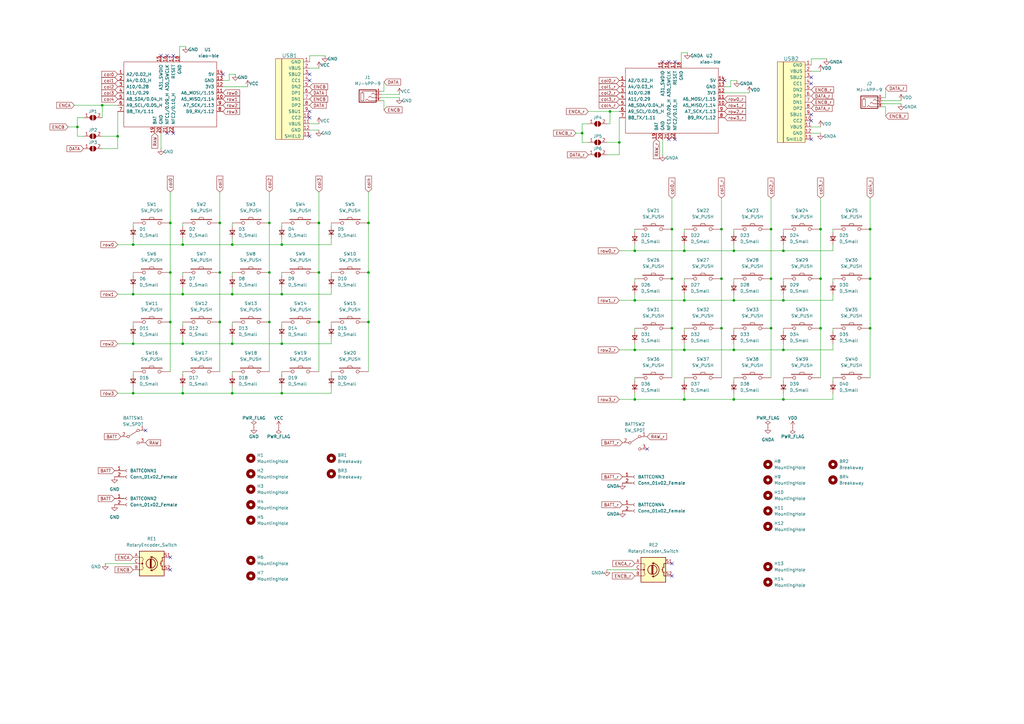
<source format=kicad_sch>
(kicad_sch (version 20211123) (generator eeschema)
  (paper "A3")
  (junction (at 336.55 114.3))
  (junction (at 321.31 143.51))
  (junction (at 260.35 163.83))
  (junction (at 115.57 161.29))
  (junction (at 356.87 114.3))
  (junction (at 69.85 132.08))
  (junction (at 300.99 163.83))
  (junction (at 275.59 134.62))
  (junction (at 295.91 114.3))
  (junction (at 321.31 123.19))
  (junction (at 295.91 134.62))
  (junction (at 295.91 93.98))
  (junction (at 74.93 161.29))
  (junction (at 280.67 123.19))
  (junction (at 356.87 134.62))
  (junction (at 356.87 93.98))
  (junction (at 254 58.42))
  (junction (at 95.25 140.97))
  (junction (at 260.35 102.87))
  (junction (at 321.31 102.87))
  (junction (at 130.81 132.08))
  (junction (at 316.23 134.62))
  (junction (at 54.61 120.65))
  (junction (at 110.49 91.44))
  (junction (at 115.57 140.97))
  (junction (at 74.93 140.97))
  (junction (at 74.93 100.33))
  (junction (at 260.35 123.19))
  (junction (at 260.35 143.51))
  (junction (at 321.31 163.83))
  (junction (at 280.67 102.87))
  (junction (at 54.61 100.33))
  (junction (at 115.57 100.33))
  (junction (at 115.57 120.65))
  (junction (at 238.76 54.61))
  (junction (at 336.55 93.98))
  (junction (at 74.93 120.65))
  (junction (at 151.13 111.76))
  (junction (at 316.23 93.98))
  (junction (at 90.17 111.76))
  (junction (at 95.25 100.33))
  (junction (at 41.91 43.18))
  (junction (at 31.75 52.07))
  (junction (at 110.49 111.76))
  (junction (at 151.13 91.44))
  (junction (at 300.99 123.19))
  (junction (at 130.81 91.44))
  (junction (at 300.99 102.87))
  (junction (at 95.25 161.29))
  (junction (at 300.99 143.51))
  (junction (at 280.67 163.83))
  (junction (at 69.85 91.44))
  (junction (at 90.17 91.44))
  (junction (at 69.85 111.76))
  (junction (at 48.26 55.88))
  (junction (at 110.49 132.08))
  (junction (at 275.59 114.3))
  (junction (at 336.55 134.62))
  (junction (at 280.67 143.51))
  (junction (at 90.17 132.08))
  (junction (at 151.13 132.08))
  (junction (at 54.61 140.97))
  (junction (at 95.25 120.65))
  (junction (at 316.23 114.3))
  (junction (at 275.59 93.98))
  (junction (at 54.61 161.29))
  (junction (at 130.81 111.76))
  (junction (at 250.19 45.72))
  (no_connect (at 127 33.02))
  (no_connect (at 274.32 25.4))
  (no_connect (at 68.58 54.61))
  (no_connect (at 91.44 30.48))
  (no_connect (at 271.78 25.4))
  (no_connect (at 127 55.88))
  (no_connect (at 332.74 31.75))
  (no_connect (at 68.58 22.86))
  (no_connect (at 297.18 33.02))
  (no_connect (at 274.32 57.15))
  (no_connect (at 69.85 228.6))
  (no_connect (at 276.86 25.4))
  (no_connect (at 332.74 34.29))
  (no_connect (at 127 30.48))
  (no_connect (at 71.12 54.61))
  (no_connect (at 127 45.72))
  (no_connect (at 71.12 22.86))
  (no_connect (at 276.86 57.15))
  (no_connect (at 332.74 49.53))
  (no_connect (at 332.74 57.15))
  (no_connect (at 275.59 236.22))
  (no_connect (at 332.74 46.99))
  (no_connect (at 59.69 176.53))
  (no_connect (at 265.43 184.15))
  (no_connect (at 127 48.26))
  (no_connect (at 275.59 231.14))
  (no_connect (at 69.85 233.68))
  (no_connect (at 66.04 22.86))
  (wire (pts (xy 295.91 81.28) (xy 295.91 93.98)))
  (wire (pts (xy 115.57 97.79) (xy 115.57 100.33)))
  (wire (pts (xy 95.25 118.11) (xy 95.25 120.65)))
  (wire (pts (xy 130.81 132.08) (xy 130.81 152.4)))
  (wire (pts (xy 300.99 134.62) (xy 300.99 135.89)))
  (wire (pts (xy 275.59 114.3) (xy 275.59 134.62)))
  (wire (pts (xy 74.93 118.11) (xy 74.93 120.65)))
  (wire (pts (xy 31.75 48.26) (xy 31.75 52.07)))
  (wire (pts (xy 332.74 29.21) (xy 336.55 29.21)))
  (wire (pts (xy 363.22 36.195) (xy 363.22 40.005)))
  (wire (pts (xy 332.74 54.61) (xy 336.55 54.61)))
  (wire (pts (xy 74.93 91.44) (xy 74.93 92.71)))
  (wire (pts (xy 281.94 21.59) (xy 279.4 21.59)))
  (wire (pts (xy 275.59 93.98) (xy 275.59 114.3)))
  (wire (pts (xy 30.48 43.18) (xy 41.91 43.18)))
  (wire (pts (xy 316.23 81.28) (xy 316.23 93.98)))
  (wire (pts (xy 74.93 161.29) (xy 95.25 161.29)))
  (wire (pts (xy 95.25 140.97) (xy 115.57 140.97)))
  (wire (pts (xy 156.21 41.275) (xy 157.48 41.275)))
  (wire (pts (xy 115.57 111.76) (xy 115.57 113.03)))
  (wire (pts (xy 260.35 120.65) (xy 260.35 123.19)))
  (wire (pts (xy 74.93 97.79) (xy 74.93 100.33)))
  (wire (pts (xy 299.72 35.56) (xy 299.72 33.02)))
  (wire (pts (xy 332.74 24.13) (xy 332.74 26.67)))
  (wire (pts (xy 156.21 37.465) (xy 157.48 37.465)))
  (wire (pts (xy 110.49 78.74) (xy 110.49 91.44)))
  (wire (pts (xy 297.18 38.1) (xy 307.34 38.1)))
  (wire (pts (xy 238.76 50.8) (xy 238.76 54.61)))
  (wire (pts (xy 151.13 132.08) (xy 151.13 152.4)))
  (wire (pts (xy 74.93 111.76) (xy 74.93 113.03)))
  (wire (pts (xy 260.35 163.83) (xy 280.67 163.83)))
  (wire (pts (xy 321.31 140.97) (xy 321.31 143.51)))
  (wire (pts (xy 280.67 100.33) (xy 280.67 102.87)))
  (wire (pts (xy 48.26 140.97) (xy 54.61 140.97)))
  (wire (pts (xy 127 22.86) (xy 127 25.4)))
  (wire (pts (xy 332.74 24.13) (xy 339.09 24.13)))
  (wire (pts (xy 54.61 158.75) (xy 54.61 161.29)))
  (wire (pts (xy 260.35 134.62) (xy 260.35 135.89)))
  (wire (pts (xy 260.35 100.33) (xy 260.35 102.87)))
  (wire (pts (xy 95.25 97.79) (xy 95.25 100.33)))
  (wire (pts (xy 280.67 134.62) (xy 280.67 135.89)))
  (wire (pts (xy 115.57 118.11) (xy 115.57 120.65)))
  (wire (pts (xy 54.61 231.14) (xy 43.18 231.14)))
  (wire (pts (xy 341.63 161.29) (xy 341.63 163.83)))
  (wire (pts (xy 151.13 91.44) (xy 151.13 111.76)))
  (wire (pts (xy 54.61 132.08) (xy 54.61 133.35)))
  (wire (pts (xy 280.67 120.65) (xy 280.67 123.19)))
  (wire (pts (xy 300.99 140.97) (xy 300.99 143.51)))
  (wire (pts (xy 135.89 91.44) (xy 135.89 92.71)))
  (wire (pts (xy 74.93 152.4) (xy 74.93 153.67)))
  (wire (pts (xy 135.89 138.43) (xy 135.89 140.97)))
  (wire (pts (xy 115.57 138.43) (xy 115.57 140.97)))
  (wire (pts (xy 321.31 161.29) (xy 321.31 163.83)))
  (wire (pts (xy 115.57 91.44) (xy 115.57 92.71)))
  (wire (pts (xy 69.85 111.76) (xy 69.85 132.08)))
  (wire (pts (xy 54.61 111.76) (xy 54.61 113.03)))
  (wire (pts (xy 95.25 138.43) (xy 95.25 140.97)))
  (wire (pts (xy 130.81 91.44) (xy 130.81 111.76)))
  (wire (pts (xy 250.19 45.72) (xy 254 45.72)))
  (wire (pts (xy 254 143.51) (xy 260.35 143.51)))
  (wire (pts (xy 260.35 233.68) (xy 248.92 233.68)))
  (wire (pts (xy 280.67 154.94) (xy 280.67 156.21)))
  (wire (pts (xy 115.57 158.75) (xy 115.57 161.29)))
  (wire (pts (xy 74.93 158.75) (xy 74.93 161.29)))
  (wire (pts (xy 280.67 114.3) (xy 280.67 115.57)))
  (wire (pts (xy 41.91 60.96) (xy 48.26 60.96)))
  (wire (pts (xy 95.25 132.08) (xy 95.25 133.35)))
  (wire (pts (xy 130.81 111.76) (xy 130.81 132.08)))
  (wire (pts (xy 280.67 123.19) (xy 300.99 123.19)))
  (wire (pts (xy 299.72 33.02) (xy 302.26 33.02)))
  (wire (pts (xy 341.63 100.33) (xy 341.63 102.87)))
  (wire (pts (xy 321.31 102.87) (xy 341.63 102.87)))
  (wire (pts (xy 356.87 134.62) (xy 356.87 154.94)))
  (wire (pts (xy 135.89 118.11) (xy 135.89 120.65)))
  (wire (pts (xy 321.31 154.94) (xy 321.31 156.21)))
  (wire (pts (xy 115.57 120.65) (xy 135.89 120.65)))
  (wire (pts (xy 300.99 114.3) (xy 300.99 115.57)))
  (wire (pts (xy 69.85 91.44) (xy 69.85 111.76)))
  (wire (pts (xy 95.25 158.75) (xy 95.25 161.29)))
  (wire (pts (xy 280.67 161.29) (xy 280.67 163.83)))
  (wire (pts (xy 300.99 102.87) (xy 321.31 102.87)))
  (wire (pts (xy 248.92 58.42) (xy 254 58.42)))
  (wire (pts (xy 250.19 50.8) (xy 250.19 45.72)))
  (wire (pts (xy 321.31 143.51) (xy 341.63 143.51)))
  (wire (pts (xy 275.59 81.28) (xy 275.59 93.98)))
  (wire (pts (xy 336.55 134.62) (xy 336.55 154.94)))
  (wire (pts (xy 41.91 55.88) (xy 48.26 55.88)))
  (wire (pts (xy 300.99 120.65) (xy 300.99 123.19)))
  (wire (pts (xy 321.31 114.3) (xy 321.31 115.57)))
  (wire (pts (xy 130.81 78.74) (xy 130.81 91.44)))
  (wire (pts (xy 341.63 114.3) (xy 341.63 115.57)))
  (wire (pts (xy 280.67 163.83) (xy 300.99 163.83)))
  (wire (pts (xy 250.19 50.8) (xy 248.92 50.8)))
  (wire (pts (xy 321.31 134.62) (xy 321.31 135.89)))
  (wire (pts (xy 74.93 132.08) (xy 74.93 133.35)))
  (wire (pts (xy 127 53.34) (xy 130.81 53.34)))
  (wire (pts (xy 341.63 154.94) (xy 341.63 156.21)))
  (wire (pts (xy 151.13 78.74) (xy 151.13 91.44)))
  (wire (pts (xy 115.57 152.4) (xy 115.57 153.67)))
  (wire (pts (xy 90.17 91.44) (xy 90.17 111.76)))
  (wire (pts (xy 135.89 158.75) (xy 135.89 161.29)))
  (wire (pts (xy 31.75 48.26) (xy 34.29 48.26)))
  (wire (pts (xy 241.3 50.8) (xy 238.76 50.8)))
  (wire (pts (xy 95.25 161.29) (xy 115.57 161.29)))
  (wire (pts (xy 260.35 93.98) (xy 260.35 95.25)))
  (wire (pts (xy 254 163.83) (xy 260.35 163.83)))
  (wire (pts (xy 280.67 93.98) (xy 280.67 95.25)))
  (wire (pts (xy 48.26 161.29) (xy 54.61 161.29)))
  (wire (pts (xy 361.95 41.275) (xy 369.57 41.275)))
  (wire (pts (xy 90.17 78.74) (xy 90.17 91.44)))
  (wire (pts (xy 95.25 91.44) (xy 95.25 92.71)))
  (wire (pts (xy 300.99 161.29) (xy 300.99 163.83)))
  (wire (pts (xy 48.26 100.33) (xy 54.61 100.33)))
  (wire (pts (xy 363.22 43.815) (xy 363.22 47.625)))
  (wire (pts (xy 316.23 93.98) (xy 316.23 114.3)))
  (wire (pts (xy 300.99 100.33) (xy 300.99 102.87)))
  (wire (pts (xy 115.57 100.33) (xy 135.89 100.33)))
  (wire (pts (xy 336.55 114.3) (xy 336.55 134.62)))
  (wire (pts (xy 254 102.87) (xy 260.35 102.87)))
  (wire (pts (xy 54.61 100.33) (xy 74.93 100.33)))
  (wire (pts (xy 110.49 91.44) (xy 110.49 111.76)))
  (wire (pts (xy 280.67 102.87) (xy 300.99 102.87)))
  (wire (pts (xy 54.61 152.4) (xy 54.61 153.67)))
  (wire (pts (xy 295.91 93.98) (xy 295.91 114.3)))
  (wire (pts (xy 110.49 132.08) (xy 110.49 152.4)))
  (wire (pts (xy 300.99 93.98) (xy 300.99 95.25)))
  (wire (pts (xy 135.89 97.79) (xy 135.89 100.33)))
  (wire (pts (xy 54.61 161.29) (xy 74.93 161.29)))
  (wire (pts (xy 260.35 161.29) (xy 260.35 163.83)))
  (wire (pts (xy 90.17 132.08) (xy 90.17 152.4)))
  (wire (pts (xy 241.3 45.72) (xy 250.19 45.72)))
  (wire (pts (xy 356.87 93.98) (xy 356.87 114.3)))
  (wire (pts (xy 295.91 114.3) (xy 295.91 134.62)))
  (wire (pts (xy 156.21 40.005) (xy 163.83 40.005)))
  (wire (pts (xy 95.25 120.65) (xy 115.57 120.65)))
  (wire (pts (xy 316.23 114.3) (xy 316.23 134.62)))
  (wire (pts (xy 238.76 58.42) (xy 241.3 58.42)))
  (wire (pts (xy 54.61 118.11) (xy 54.61 120.65)))
  (wire (pts (xy 115.57 140.97) (xy 135.89 140.97)))
  (wire (pts (xy 110.49 111.76) (xy 110.49 132.08)))
  (wire (pts (xy 54.61 97.79) (xy 54.61 100.33)))
  (wire (pts (xy 321.31 120.65) (xy 321.31 123.19)))
  (wire (pts (xy 27.94 52.07) (xy 31.75 52.07)))
  (wire (pts (xy 297.18 35.56) (xy 299.72 35.56)))
  (wire (pts (xy 31.75 55.88) (xy 34.29 55.88)))
  (wire (pts (xy 356.87 81.28) (xy 356.87 93.98)))
  (wire (pts (xy 260.35 140.97) (xy 260.35 143.51)))
  (wire (pts (xy 260.35 123.19) (xy 280.67 123.19)))
  (wire (pts (xy 295.91 134.62) (xy 295.91 154.94)))
  (wire (pts (xy 236.22 54.61) (xy 238.76 54.61)))
  (wire (pts (xy 321.31 163.83) (xy 341.63 163.83)))
  (wire (pts (xy 135.89 111.76) (xy 135.89 113.03)))
  (wire (pts (xy 321.31 93.98) (xy 321.31 95.25)))
  (wire (pts (xy 74.93 140.97) (xy 95.25 140.97)))
  (wire (pts (xy 275.59 134.62) (xy 275.59 154.94)))
  (wire (pts (xy 238.76 54.61) (xy 238.76 58.42)))
  (wire (pts (xy 254 48.26) (xy 254 58.42)))
  (wire (pts (xy 279.4 21.59) (xy 279.4 25.4)))
  (wire (pts (xy 93.98 33.02) (xy 93.98 30.48)))
  (wire (pts (xy 316.23 134.62) (xy 316.23 154.94)))
  (wire (pts (xy 341.63 120.65) (xy 341.63 123.19)))
  (wire (pts (xy 91.44 33.02) (xy 93.98 33.02)))
  (wire (pts (xy 135.89 132.08) (xy 135.89 133.35)))
  (wire (pts (xy 127 27.94) (xy 130.81 27.94)))
  (wire (pts (xy 31.75 52.07) (xy 31.75 55.88)))
  (wire (pts (xy 66.04 54.61) (xy 66.04 60.96)))
  (wire (pts (xy 341.63 93.98) (xy 341.63 95.25)))
  (wire (pts (xy 115.57 161.29) (xy 135.89 161.29)))
  (wire (pts (xy 76.2 19.05) (xy 73.66 19.05)))
  (wire (pts (xy 135.89 152.4) (xy 135.89 153.67)))
  (wire (pts (xy 95.25 100.33) (xy 115.57 100.33)))
  (wire (pts (xy 260.35 114.3) (xy 260.35 115.57)))
  (wire (pts (xy 300.99 163.83) (xy 321.31 163.83)))
  (wire (pts (xy 336.55 93.98) (xy 336.55 114.3)))
  (wire (pts (xy 361.95 42.545) (xy 369.57 42.545)))
  (wire (pts (xy 254 58.42) (xy 254 63.5)))
  (wire (pts (xy 48.26 60.96) (xy 48.26 55.88)))
  (wire (pts (xy 74.93 138.43) (xy 74.93 140.97)))
  (wire (pts (xy 41.91 43.18) (xy 41.91 48.26)))
  (wire (pts (xy 300.99 143.51) (xy 321.31 143.51)))
  (wire (pts (xy 341.63 140.97) (xy 341.63 143.51)))
  (wire (pts (xy 91.44 35.56) (xy 101.6 35.56)))
  (wire (pts (xy 95.25 152.4) (xy 95.25 153.67)))
  (wire (pts (xy 115.57 132.08) (xy 115.57 133.35)))
  (wire (pts (xy 321.31 100.33) (xy 321.31 102.87)))
  (wire (pts (xy 356.87 114.3) (xy 356.87 134.62)))
  (wire (pts (xy 248.92 63.5) (xy 254 63.5)))
  (wire (pts (xy 341.63 134.62) (xy 341.63 135.89)))
  (wire (pts (xy 69.85 78.74) (xy 69.85 91.44)))
  (wire (pts (xy 280.67 140.97) (xy 280.67 143.51)))
  (wire (pts (xy 157.48 41.275) (xy 157.48 45.085)))
  (wire (pts (xy 69.85 132.08) (xy 69.85 152.4)))
  (wire (pts (xy 280.67 143.51) (xy 300.99 143.51)))
  (wire (pts (xy 54.61 120.65) (xy 74.93 120.65)))
  (wire (pts (xy 300.99 154.94) (xy 300.99 156.21)))
  (wire (pts (xy 300.99 123.19) (xy 321.31 123.19)))
  (wire (pts (xy 54.61 91.44) (xy 54.61 92.71)))
  (wire (pts (xy 127 22.86) (xy 133.35 22.86)))
  (wire (pts (xy 336.55 81.28) (xy 336.55 93.98)))
  (wire (pts (xy 48.26 45.72) (xy 48.26 55.88)))
  (wire (pts (xy 151.13 111.76) (xy 151.13 132.08)))
  (wire (pts (xy 93.98 30.48) (xy 96.52 30.48)))
  (wire (pts (xy 254 123.19) (xy 260.35 123.19)))
  (wire (pts (xy 332.74 52.07) (xy 336.55 52.07)))
  (wire (pts (xy 260.35 143.51) (xy 280.67 143.51)))
  (wire (pts (xy 157.48 33.655) (xy 157.48 37.465)))
  (wire (pts (xy 90.17 111.76) (xy 90.17 132.08)))
  (wire (pts (xy 41.91 43.18) (xy 48.26 43.18)))
  (wire (pts (xy 73.66 19.05) (xy 73.66 22.86)))
  (wire (pts (xy 260.35 102.87) (xy 280.67 102.87)))
  (wire (pts (xy 74.93 100.33) (xy 95.25 100.33)))
  (wire (pts (xy 271.78 57.15) (xy 271.78 63.5)))
  (wire (pts (xy 95.25 111.76) (xy 95.25 113.03)))
  (wire (pts (xy 361.95 40.005) (xy 363.22 40.005)))
  (wire (pts (xy 321.31 123.19) (xy 341.63 123.19)))
  (wire (pts (xy 54.61 140.97) (xy 74.93 140.97)))
  (wire (pts (xy 48.26 120.65) (xy 54.61 120.65)))
  (wire (pts (xy 74.93 120.65) (xy 95.25 120.65)))
  (wire (pts (xy 54.61 138.43) (xy 54.61 140.97)))
  (wire (pts (xy 260.35 154.94) (xy 260.35 156.21)))
  (wire (pts (xy 156.21 38.735) (xy 163.83 38.735)))
  (wire (pts (xy 127 50.8) (xy 130.81 50.8)))
  (wire (pts (xy 361.95 43.815) (xy 363.22 43.815)))
  (global_label "BATT" (shape input) (at 49.53 179.07 180) (property "Intersheet References" "${INTERSHEET_REFS}" (effects hide)))
  (global_label "col0_r" (shape input) (at 254 33.02 180) (property "Intersheet References" "${INTERSHEET_REFS}" (effects hide)))
  (global_label "BATT" (shape input) (at 46.99 193.04 180) (property "Intersheet References" "${INTERSHEET_REFS}" (effects hide)))
  (global_label "ENCA_r" (shape input) (at 260.35 231.14 180) (property "Intersheet References" "${INTERSHEET_REFS}" (effects hide)))
  (global_label "ENCB" (shape input) (at 27.94 52.07 180) (property "Intersheet References" "${INTERSHEET_REFS}" (effects hide)))
  (global_label "DATA_r" (shape input) (at 332.74 39.37 0) (property "Intersheet References" "${INTERSHEET_REFS}" (effects hide)))
  (global_label "col1_r" (shape input) (at 295.91 81.28 90) (property "Intersheet References" "${INTERSHEET_REFS}" (effects hide)))
  (global_label "col2" (shape input) (at 110.49 78.74 90) (property "Intersheet References" "${INTERSHEET_REFS}" (effects hide)))
  (global_label "col2_r" (shape input) (at 254 38.1 180) (property "Intersheet References" "${INTERSHEET_REFS}" (effects hide)))
  (global_label "row3_r" (shape input) (at 297.18 48.26 0) (property "Intersheet References" "${INTERSHEET_REFS}" (effects hide)))
  (global_label "col3" (shape input) (at 130.81 78.74 90) (property "Intersheet References" "${INTERSHEET_REFS}" (effects hide)))
  (global_label "row2" (shape input) (at 91.44 43.18 0) (property "Intersheet References" "${INTERSHEET_REFS}" (effects hide)))
  (global_label "row1_r" (shape input) (at 297.18 43.18 0) (property "Intersheet References" "${INTERSHEET_REFS}" (effects hide)))
  (global_label "row3_r" (shape input) (at 254 163.83 180) (property "Intersheet References" "${INTERSHEET_REFS}" (effects hide)))
  (global_label "RAW_r" (shape input) (at 269.24 57.15 270) (property "Intersheet References" "${INTERSHEET_REFS}" (effects hide)))
  (global_label "BATT" (shape input) (at 46.99 204.47 180) (property "Intersheet References" "${INTERSHEET_REFS}" (effects hide)))
  (global_label "col0" (shape input) (at 69.85 78.74 90) (property "Intersheet References" "${INTERSHEET_REFS}" (effects hide)))
  (global_label "ENCB" (shape input) (at 127 35.56 0) (property "Intersheet References" "${INTERSHEET_REFS}" (effects hide)))
  (global_label "row0_r" (shape input) (at 254 102.87 180) (property "Intersheet References" "${INTERSHEET_REFS}" (effects hide)))
  (global_label "col1" (shape input) (at 48.26 33.02 180) (property "Intersheet References" "${INTERSHEET_REFS}" (effects hide)))
  (global_label "DATA" (shape input) (at 127 38.1 0) (property "Intersheet References" "${INTERSHEET_REFS}" (effects hide)))
  (global_label "ENCB_r" (shape input) (at 260.35 236.22 180) (property "Intersheet References" "${INTERSHEET_REFS}" (effects hide)))
  (global_label "ENCA_r" (shape input) (at 241.3 45.72 180) (property "Intersheet References" "${INTERSHEET_REFS}" (effects hide)))
  (global_label "row0" (shape input) (at 48.26 100.33 180) (property "Intersheet References" "${INTERSHEET_REFS}" (effects hide)))
  (global_label "ENCB" (shape input) (at 54.61 233.68 180) (property "Intersheet References" "${INTERSHEET_REFS}" (effects hide)))
  (global_label "DATA" (shape input) (at 34.29 60.96 180) (property "Intersheet References" "${INTERSHEET_REFS}" (effects hide)))
  (global_label "ENCB_r" (shape input) (at 363.22 47.625 0) (property "Intersheet References" "${INTERSHEET_REFS}" (effects hide)))
  (global_label "row2" (shape input) (at 48.26 140.97 180) (property "Intersheet References" "${INTERSHEET_REFS}" (effects hide)))
  (global_label "RAW" (shape input) (at 59.69 181.61 0) (property "Intersheet References" "${INTERSHEET_REFS}" (effects hide)))
  (global_label "row0_r" (shape input) (at 297.18 40.64 0) (property "Intersheet References" "${INTERSHEET_REFS}" (effects hide)))
  (global_label "ENCA" (shape input) (at 30.48 43.18 180) (property "Intersheet References" "${INTERSHEET_REFS}" (effects hide)))
  (global_label "DATA_r" (shape input) (at 241.3 63.5 180) (property "Intersheet References" "${INTERSHEET_REFS}" (effects hide)))
  (global_label "col1_r" (shape input) (at 254 35.56 180) (property "Intersheet References" "${INTERSHEET_REFS}" (effects hide)))
  (global_label "BATT_r" (shape input) (at 255.27 207.01 180) (property "Intersheet References" "${INTERSHEET_REFS}" (effects hide)))
  (global_label "col4" (shape input) (at 48.26 40.64 180) (property "Intersheet References" "${INTERSHEET_REFS}" (effects hide)))
  (global_label "DATA" (shape input) (at 157.48 33.655 0) (property "Intersheet References" "${INTERSHEET_REFS}" (effects hide)))
  (global_label "DATA_r" (shape input) (at 363.22 36.195 0) (property "Intersheet References" "${INTERSHEET_REFS}" (effects hide)))
  (global_label "row3" (shape input) (at 91.44 45.72 0) (property "Intersheet References" "${INTERSHEET_REFS}" (effects hide)))
  (global_label "row1_r" (shape input) (at 254 123.19 180) (property "Intersheet References" "${INTERSHEET_REFS}" (effects hide)))
  (global_label "col2_r" (shape input) (at 316.23 81.28 90) (property "Intersheet References" "${INTERSHEET_REFS}" (effects hide)))
  (global_label "ENCB_r" (shape input) (at 332.74 36.83 0) (property "Intersheet References" "${INTERSHEET_REFS}" (effects hide)))
  (global_label "DATA_r" (shape input) (at 332.74 44.45 0) (property "Intersheet References" "${INTERSHEET_REFS}" (effects hide)))
  (global_label "col4_r" (shape input) (at 254 43.18 180) (property "Intersheet References" "${INTERSHEET_REFS}" (effects hide)))
  (global_label "BATT_r" (shape input) (at 255.27 195.58 180) (property "Intersheet References" "${INTERSHEET_REFS}" (effects hide)))
  (global_label "ENCB_r" (shape input) (at 236.22 54.61 180) (property "Intersheet References" "${INTERSHEET_REFS}" (effects hide)))
  (global_label "row1" (shape input) (at 91.44 40.64 0) (property "Intersheet References" "${INTERSHEET_REFS}" (effects hide)))
  (global_label "ENCB" (shape input) (at 127 40.64 0) (property "Intersheet References" "${INTERSHEET_REFS}" (effects hide)))
  (global_label "row0" (shape input) (at 91.44 38.1 0) (property "Intersheet References" "${INTERSHEET_REFS}" (effects hide)))
  (global_label "RAW_r" (shape input) (at 265.43 179.07 0) (property "Intersheet References" "${INTERSHEET_REFS}" (effects hide)))
  (global_label "col4" (shape input) (at 151.13 78.74 90) (property "Intersheet References" "${INTERSHEET_REFS}" (effects hide)))
  (global_label "DATA" (shape input) (at 127 43.18 0) (property "Intersheet References" "${INTERSHEET_REFS}" (effects hide)))
  (global_label "ENCB_r" (shape input) (at 332.74 41.91 0) (property "Intersheet References" "${INTERSHEET_REFS}" (effects hide)))
  (global_label "row2_r" (shape input) (at 297.18 45.72 0) (property "Intersheet References" "${INTERSHEET_REFS}" (effects hide)))
  (global_label "ENCB" (shape input) (at 157.48 45.085 0) (property "Intersheet References" "${INTERSHEET_REFS}" (effects hide)))
  (global_label "col2" (shape input) (at 48.26 35.56 180) (property "Intersheet References" "${INTERSHEET_REFS}" (effects hide)))
  (global_label "RAW" (shape input) (at 63.5 54.61 270) (property "Intersheet References" "${INTERSHEET_REFS}" (effects hide)))
  (global_label "row1" (shape input) (at 48.26 120.65 180) (property "Intersheet References" "${INTERSHEET_REFS}" (effects hide)))
  (global_label "BATT_r" (shape input) (at 255.27 181.61 180) (property "Intersheet References" "${INTERSHEET_REFS}" (effects hide)))
  (global_label "col3_r" (shape input) (at 254 40.64 180) (property "Intersheet References" "${INTERSHEET_REFS}" (effects hide)))
  (global_label "col3_r" (shape input) (at 336.55 81.28 90) (property "Intersheet References" "${INTERSHEET_REFS}" (effects hide)))
  (global_label "col4_r" (shape input) (at 356.87 81.28 90) (property "Intersheet References" "${INTERSHEET_REFS}" (effects hide)))
  (global_label "ENCA" (shape input) (at 54.61 228.6 180) (property "Intersheet References" "${INTERSHEET_REFS}" (effects hide)))
  (global_label "col0" (shape input) (at 48.26 30.48 180) (property "Intersheet References" "${INTERSHEET_REFS}" (effects hide)))
  (global_label "col3" (shape input) (at 48.26 38.1 180) (property "Intersheet References" "${INTERSHEET_REFS}" (effects hide)))
  (global_label "row2_r" (shape input) (at 254 143.51 180) (property "Intersheet References" "${INTERSHEET_REFS}" (effects hide)))
  (global_label "row3" (shape input) (at 48.26 161.29 180) (property "Intersheet References" "${INTERSHEET_REFS}" (effects hide)))
  (global_label "col0_r" (shape input) (at 275.59 81.28 90) (property "Intersheet References" "${INTERSHEET_REFS}" (effects hide)))
  (global_label "col1" (shape input) (at 90.17 78.74 90) (property "Intersheet References" "${INTERSHEET_REFS}" (effects hide)))
  (symbol (lib_id "Device:D_Small") (at 300.99 118.11 90) (unit 1)
    (property "Reference" "D28" (at 303.53 116.8399 90) (effects (justify right)))
    (property "Value" "D_Small" (at 303.53 119.3799 90) (effects (justify right)))
    (property "Footprint" "pica:D3_SMD" (effects hide))
  )
  (symbol (lib_id "kbd:SW_PUSH") (at 328.93 154.94 0) (unit 1)
    (property "Reference" "SW39" (at 328.93 147.32 0))
    (property "Value" "SW_PUSH" (at 328.93 149.86 0))
    (property "Footprint" "pica:CherryMX_Hotswap_ChocV2" (effects hide))
  )
  (symbol (lib_id "Device:RotaryEncoder_Switch") (at 267.97 233.68 0) (unit 1)
    (property "Reference" "RE2" (at 267.97 223.52 0))
    (property "Value" "RotaryEncoder_Switch" (at 267.97 226.06 0))
    (property "Footprint" "pica:RotaryEncoder_EC11" (effects hide))
  )
  (symbol (lib_id "Mechanical:MountingHole") (at 314.96 238.76 0) (unit 1)
    (property "Reference" "H14" (at 317.5 237.4899 0) (effects (justify left)))
    (property "Value" "MountingHole" (at 317.5 240.0299 0) (effects (justify left)))
    (property "Footprint" "kbd:thread_m2" (effects hide))
  )
  (symbol (lib_id "kbd:MJ-4PP-9") (at 356.87 41.91 0) (unit 1)
    (property "Reference" "J2" (at 356.5525 34.29 0))
    (property "Value" "MJ-4PP-9" (at 356.5525 36.83 0))
    (property "Footprint" "pica:MJ-4PP-9_1side" (effects hide))
  )
  (symbol (lib_id "kbd:SW_PUSH") (at 82.55 111.76 0) (unit 1)
    (property "Reference" "SW7" (at 82.55 104.14 0))
    (property "Value" "SW_PUSH" (at 82.55 106.68 0))
    (property "Footprint" "pica:CherryMX_Hotswap_ChocV2" (effects hide))
  )
  (symbol (lib_id "power:GNDA") (at 302.26 33.02 0) (unit 1)
    (property "Reference" "#PWR0104" (effects hide))
    (property "Value" "GNDA" (at 306.07 34.29 0))
  )
  (symbol (lib_id "Device:RotaryEncoder_Switch") (at 62.23 231.14 0) (unit 1)
    (property "Reference" "RE1" (at 62.23 220.98 0))
    (property "Value" "RotaryEncoder_Switch" (at 62.23 223.52 0))
    (property "Footprint" "pica:RotaryEncoder_EC11" (effects hide))
  )
  (symbol (lib_id "power:PWR_FLAG") (at 114.3 175.26 180) (unit 1)
    (property "Reference" "#FLG02" (effects hide))
    (property "Value" "PWR_FLAG" (at 114.3 179.07 0))
  )
  (symbol (lib_id "Connector:Conn_01x02_Female") (at 260.35 195.58 0) (unit 1)
    (property "Reference" "BATTCONN3" (at 261.62 195.5799 0) (effects (justify left)))
    (property "Value" "Conn_01x02_Female" (at 261.62 198.1199 0) (effects (justify left)))
    (property "Footprint" "pica:JST_PH_S2B-PH-K_1x02_P2.00mm" (effects hide))
  )
  (symbol (lib_id "kbd:SW_PUSH") (at 102.87 132.08 0) (unit 1)
    (property "Reference" "SW13" (at 102.87 124.46 0))
    (property "Value" "SW_PUSH" (at 102.87 127 0))
    (property "Footprint" "pica:CherryMX_Hotswap_ChocV2" (effects hide))
  )
  (symbol (lib_id "power:GNDA") (at 255.27 198.12 0) (unit 1)
    (property "Reference" "#PWR0110" (effects hide))
    (property "Value" "GNDA" (at 251.46 199.39 0))
  )
  (symbol (lib_id "Device:D_Small") (at 280.67 158.75 90) (unit 1)
    (property "Reference" "D37" (at 283.21 157.4799 90) (effects (justify right)))
    (property "Value" "D_Small" (at 283.21 160.0199 90) (effects (justify right)))
    (property "Footprint" "pica:D3_SMD" (effects hide))
  )
  (symbol (lib_id "Mechanical:MountingHole") (at 135.89 187.96 0) (unit 1)
    (property "Reference" "BR1" (at 138.43 186.6899 0) (effects (justify left)))
    (property "Value" "Breakaway" (at 138.43 189.2299 0) (effects (justify left)))
    (property "Footprint" "kbd:Breakaway_Tabs" (effects hide))
  )
  (symbol (lib_id "kbd:SW_PUSH") (at 62.23 111.76 0) (unit 1)
    (property "Reference" "SW6" (at 62.23 104.14 0))
    (property "Value" "SW_PUSH" (at 62.23 106.68 0))
    (property "Footprint" "pica:CherryMX_Hotswap_ChocV2" (effects hide))
  )
  (symbol (lib_id "power:GNDA") (at 314.96 175.26 0) (unit 1)
    (property "Reference" "#PWR0111" (effects hide))
    (property "Value" "GNDA" (at 314.96 180.34 0))
  )
  (symbol (lib_id "Mechanical:MountingHole") (at 102.87 207.01 0) (unit 1)
    (property "Reference" "H4" (at 105.41 205.7399 0) (effects (justify left)))
    (property "Value" "MountingHole" (at 105.41 208.2799 0) (effects (justify left)))
    (property "Footprint" "pica:spacer_m2_3.4" (effects hide))
  )
  (symbol (lib_id "Device:D_Small") (at 54.61 156.21 90) (unit 1)
    (property "Reference" "D16" (at 57.15 154.9399 90) (effects (justify right)))
    (property "Value" "D_Small" (at 57.15 157.4799 90) (effects (justify right)))
    (property "Footprint" "pica:D3_SMD" (effects hide))
  )
  (symbol (lib_id "Jumper:SolderJumper_2_Open") (at 245.11 58.42 0) (unit 1)
    (property "Reference" "JP5" (at 245.11 55.88 0))
    (property "Value" "SolderJumper_2_Open" (effects hide))
    (property "Footprint" "Jumper:SolderJumper-2_P1.3mm_Open_TrianglePad1.0x1.5mm" (effects hide))
  )
  (symbol (lib_id "Device:D_Small") (at 135.89 95.25 90) (unit 1)
    (property "Reference" "D5" (at 138.43 93.9799 90) (effects (justify right)))
    (property "Value" "D_Small" (at 138.43 96.5199 90) (effects (justify right)))
    (property "Footprint" "pica:D3_SMD" (effects hide))
  )
  (symbol (lib_id "Device:D_Small") (at 95.25 135.89 90) (unit 1)
    (property "Reference" "D13" (at 97.79 134.6199 90) (effects (justify right)))
    (property "Value" "D_Small" (at 97.79 137.1599 90) (effects (justify right)))
    (property "Footprint" "pica:D3_SMD" (effects hide))
  )
  (symbol (lib_id "kbd:SW_PUSH") (at 349.25 134.62 0) (unit 1)
    (property "Reference" "SW35" (at 349.25 127 0))
    (property "Value" "SW_PUSH" (at 349.25 129.54 0))
    (property "Footprint" "pica:CherryMX_Hotswap_ChocV2" (effects hide))
  )
  (symbol (lib_id "Device:D_Small") (at 260.35 158.75 90) (unit 1)
    (property "Reference" "D36" (at 262.89 157.4799 90) (effects (justify right)))
    (property "Value" "D_Small" (at 262.89 160.0199 90) (effects (justify right)))
    (property "Footprint" "pica:D3_SMD" (effects hide))
  )
  (symbol (lib_id "Mechanical:MountingHole") (at 314.96 203.2 0) (unit 1)
    (property "Reference" "H10" (at 317.5 201.9299 0) (effects (justify left)))
    (property "Value" "MountingHole" (at 317.5 204.4699 0) (effects (justify left)))
    (property "Footprint" "pica:spacer_m2_3.4" (effects hide))
  )
  (symbol (lib_id "kbd:SW_PUSH") (at 349.25 114.3 0) (unit 1)
    (property "Reference" "SW30" (at 349.25 106.68 0))
    (property "Value" "SW_PUSH" (at 349.25 109.22 0))
    (property "Footprint" "pica:CherryMX_Hotswap_ChocV2" (effects hide))
  )
  (symbol (lib_id "Device:D_Small") (at 280.67 138.43 90) (unit 1)
    (property "Reference" "D32" (at 283.21 137.1599 90) (effects (justify right)))
    (property "Value" "D_Small" (at 283.21 139.6999 90) (effects (justify right)))
    (property "Footprint" "pica:D3_SMD" (effects hide))
  )
  (symbol (lib_id "Device:D_Small") (at 95.25 156.21 90) (unit 1)
    (property "Reference" "D18" (at 97.79 154.9399 90) (effects (justify right)))
    (property "Value" "D_Small" (at 97.79 157.4799 90) (effects (justify right)))
    (property "Footprint" "pica:D3_SMD" (effects hide))
  )
  (symbol (lib_id "kbd:SW_PUSH") (at 82.55 91.44 0) (unit 1)
    (property "Reference" "SW2" (at 82.55 83.82 0))
    (property "Value" "SW_PUSH" (at 82.55 86.36 0))
    (property "Footprint" "pica:CherryMX_Hotswap_ChocV2" (effects hide))
  )
  (symbol (lib_id "power:GNDA") (at 255.27 209.55 0) (unit 1)
    (property "Reference" "#PWR0107" (effects hide))
    (property "Value" "GNDA" (at 251.46 210.82 0))
  )
  (symbol (lib_id "Connector:Conn_01x02_Female") (at 52.07 193.04 0) (unit 1)
    (property "Reference" "BATTCONN1" (at 53.34 193.0399 0) (effects (justify left)))
    (property "Value" "Conn_01x02_Female" (at 53.34 195.5799 0) (effects (justify left)))
    (property "Footprint" "pica:JST_PH_S2B-PH-K_1x02_P2.00mm" (effects hide))
  )
  (symbol (lib_id "Device:D_Small") (at 135.89 115.57 90) (unit 1)
    (property "Reference" "D10" (at 138.43 114.2999 90) (effects (justify right)))
    (property "Value" "D_Small" (at 138.43 116.8399 90) (effects (justify right)))
    (property "Footprint" "pica:D3_SMD" (effects hide))
  )
  (symbol (lib_id "kbd:SW_PUSH") (at 349.25 93.98 0) (unit 1)
    (property "Reference" "SW25" (at 349.25 86.36 0))
    (property "Value" "SW_PUSH" (at 349.25 88.9 0))
    (property "Footprint" "pica:CherryMX_Hotswap_ChocV2" (effects hide))
  )
  (symbol (lib_id "power:GND") (at 43.18 231.14 0) (unit 1)
    (property "Reference" "#PWR01" (effects hide))
    (property "Value" "GND" (at 39.37 232.41 0))
  )
  (symbol (lib_id "kleeb-mcu:xiao-ble") (at 69.85 38.1 0) (unit 1)
    (property "Reference" "U1" (at 83.82 20.32 0) (effects (justify left)))
    (property "Value" "xiao-ble" (at 81.28 22.86 0) (effects (justify left)))
    (property "Footprint" "pica:xiao-ble-tht" (effects hide))
  )
  (symbol (lib_id "power:GNDA") (at 248.92 233.68 0) (unit 1)
    (property "Reference" "#PWR0108" (effects hide))
    (property "Value" "GNDA" (at 245.11 234.95 0))
  )
  (symbol (lib_id "kbd:SW_PUSH") (at 349.25 154.94 0) (unit 1)
    (property "Reference" "SW40" (at 349.25 147.32 0))
    (property "Value" "SW_PUSH" (at 349.25 149.86 0))
    (property "Footprint" "pica:CherryMX_Hotswap_ChocV2_1.5" (effects hide))
  )
  (symbol (lib_id "Device:D_Small") (at 54.61 95.25 90) (unit 1)
    (property "Reference" "D1" (at 57.15 93.9799 90) (effects (justify right)))
    (property "Value" "D_Small" (at 57.15 96.5199 90) (effects (justify right)))
    (property "Footprint" "pica:D3_SMD" (effects hide))
  )
  (symbol (lib_id "power:VCC") (at 101.6 35.56 0) (unit 1)
    (property "Reference" "#PWR06" (effects hide))
    (property "Value" "VCC" (at 104.14 34.29 0))
  )
  (symbol (lib_id "typec:HRO-TYPE-C-31-M-12") (at 124.46 39.37 0) (unit 1)
    (property "Reference" "USB1" (at 118.745 22.86 0) (effects (font (size 1.524 1.524))))
    (property "Value" "HRO-TYPE-C-31-M-12" (effects hide))
    (property "Footprint" "pica:HRO-TYPE-C-31-M-12-data" (effects hide))
  )
  (symbol (lib_id "Device:D_Small") (at 260.35 97.79 90) (unit 1)
    (property "Reference" "D21" (at 262.89 96.5199 90) (effects (justify right)))
    (property "Value" "D_Small" (at 262.89 99.0599 90) (effects (justify right)))
    (property "Footprint" "pica:D3_SMD" (effects hide))
  )
  (symbol (lib_id "kbd:SW_PUSH") (at 123.19 111.76 0) (unit 1)
    (property "Reference" "SW9" (at 123.19 104.14 0))
    (property "Value" "SW_PUSH" (at 123.19 106.68 0))
    (property "Footprint" "pica:CherryMX_Hotswap_ChocV2" (effects hide))
  )
  (symbol (lib_id "Device:D_Small") (at 74.93 135.89 90) (unit 1)
    (property "Reference" "D12" (at 77.47 134.6199 90) (effects (justify right)))
    (property "Value" "D_Small" (at 77.47 137.1599 90) (effects (justify right)))
    (property "Footprint" "pica:D3_SMD" (effects hide))
  )
  (symbol (lib_id "power:VDD") (at 369.57 41.275 0) (unit 1)
    (property "Reference" "#PWR010" (effects hide))
    (property "Value" "VDD" (at 372.11 40.005 0))
  )
  (symbol (lib_id "Switch:SW_SPDT") (at 260.35 181.61 0) (unit 1)
    (property "Reference" "BATTSW2" (at 260.35 173.99 0))
    (property "Value" "SW_SPDT" (at 260.35 176.53 0))
    (property "Footprint" "Button_Switch_SMD:SW_SPDT_PCM12" (effects hide))
  )
  (symbol (lib_id "kbd:SW_PUSH") (at 267.97 134.62 0) (unit 1)
    (property "Reference" "SW31" (at 267.97 127 0))
    (property "Value" "SW_PUSH" (at 267.97 129.54 0))
    (property "Footprint" "pica:CherryMX_Hotswap_ChocV2" (effects hide))
  )
  (symbol (lib_id "power:GND") (at 133.35 22.86 0) (mirror y) (unit 1)
    (property "Reference" "#PWR03" (effects hide))
    (property "Value" "GND" (at 138.43 24.13 0) (effects (justify left)))
  )
  (symbol (lib_id "Mechanical:MountingHole") (at 135.89 194.31 0) (unit 1)
    (property "Reference" "BR3" (at 138.43 193.0399 0) (effects (justify left)))
    (property "Value" "Breakaway" (at 138.43 195.5799 0) (effects (justify left)))
    (property "Footprint" "kbd:Breakaway_Tabs" (effects hide))
  )
  (symbol (lib_id "kbd:SW_PUSH") (at 123.19 91.44 0) (unit 1)
    (property "Reference" "SW4" (at 123.19 83.82 0))
    (property "Value" "SW_PUSH" (at 123.19 86.36 0))
    (property "Footprint" "pica:CherryMX_Hotswap_ChocV2" (effects hide))
  )
  (symbol (lib_id "Device:D_Small") (at 300.99 158.75 90) (unit 1)
    (property "Reference" "D38" (at 303.53 157.4799 90) (effects (justify right)))
    (property "Value" "D_Small" (at 303.53 160.0199 90) (effects (justify right)))
    (property "Footprint" "pica:D3_SMD" (effects hide))
  )
  (symbol (lib_id "kbd:SW_PUSH") (at 143.51 152.4 0) (unit 1)
    (property "Reference" "SW20" (at 143.51 144.78 0))
    (property "Value" "SW_PUSH" (at 143.51 147.32 0))
    (property "Footprint" "pica:CherryMX_Hotswap_ChocV2_1.5" (effects hide))
  )
  (symbol (lib_id "power:PWR_FLAG") (at 314.96 175.26 0) (unit 1)
    (property "Reference" "#FLG03" (effects hide))
    (property "Value" "PWR_FLAG" (at 314.96 171.45 0))
  )
  (symbol (lib_id "kbd:SW_PUSH") (at 82.55 132.08 0) (unit 1)
    (property "Reference" "SW12" (at 82.55 124.46 0))
    (property "Value" "SW_PUSH" (at 82.55 127 0))
    (property "Footprint" "pica:CherryMX_Hotswap_ChocV2" (effects hide))
  )
  (symbol (lib_id "power:GND") (at 104.14 175.26 0) (unit 1)
    (property "Reference" "#PWR019" (effects hide))
    (property "Value" "GND" (at 104.14 179.07 0))
  )
  (symbol (lib_id "kbd:SW_PUSH") (at 308.61 134.62 0) (unit 1)
    (property "Reference" "SW33" (at 308.61 127 0))
    (property "Value" "SW_PUSH" (at 308.61 129.54 0))
    (property "Footprint" "pica:CherryMX_Hotswap_ChocV2" (effects hide))
  )
  (symbol (lib_id "kbd:SW_PUSH") (at 328.93 114.3 0) (unit 1)
    (property "Reference" "SW29" (at 328.93 106.68 0))
    (property "Value" "SW_PUSH" (at 328.93 109.22 0))
    (property "Footprint" "pica:CherryMX_Hotswap_ChocV2" (effects hide))
  )
  (symbol (lib_id "power:GNDA") (at 336.55 54.61 0) (unit 1)
    (property "Reference" "#PWR0103" (effects hide))
    (property "Value" "GNDA" (at 340.36 55.88 0))
  )
  (symbol (lib_id "Connector:Conn_01x02_Female") (at 52.07 204.47 0) (unit 1)
    (property "Reference" "BATTCONN2" (at 53.34 204.4699 0) (effects (justify left)))
    (property "Value" "Conn_01x02_Female" (at 53.34 207.0099 0) (effects (justify left)))
    (property "Footprint" "pica:JST_PH_S2B-PH-K_1x02_P2.00mm" (effects hide))
  )
  (symbol (lib_id "Device:D_Small") (at 321.31 118.11 90) (unit 1)
    (property "Reference" "D29" (at 323.85 116.8399 90) (effects (justify right)))
    (property "Value" "D_Small" (at 323.85 119.3799 90) (effects (justify right)))
    (property "Footprint" "pica:D3_SMD" (effects hide))
  )
  (symbol (lib_id "Device:D_Small") (at 115.57 156.21 90) (unit 1)
    (property "Reference" "D19" (at 118.11 154.9399 90) (effects (justify right)))
    (property "Value" "D_Small" (at 118.11 157.4799 90) (effects (justify right)))
    (property "Footprint" "pica:D3_SMD" (effects hide))
  )
  (symbol (lib_id "kbd:SW_PUSH") (at 328.93 93.98 0) (unit 1)
    (property "Reference" "SW24" (at 328.93 86.36 0))
    (property "Value" "SW_PUSH" (at 328.93 88.9 0))
    (property "Footprint" "pica:CherryMX_Hotswap_ChocV2" (effects hide))
  )
  (symbol (lib_id "kbd:SW_PUSH") (at 123.19 152.4 0) (unit 1)
    (property "Reference" "SW19" (at 123.19 144.78 0))
    (property "Value" "SW_PUSH" (at 123.19 147.32 0))
    (property "Footprint" "pica:CherryMX_Hotswap_ChocV2" (effects hide))
  )
  (symbol (lib_id "Mechanical:MountingHole") (at 102.87 194.31 0) (unit 1)
    (property "Reference" "H2" (at 105.41 193.0399 0) (effects (justify left)))
    (property "Value" "MountingHole" (at 105.41 195.5799 0) (effects (justify left)))
    (property "Footprint" "pica:spacer_m2_3.4" (effects hide))
  )
  (symbol (lib_id "kbd:SW_PUSH") (at 123.19 132.08 0) (unit 1)
    (property "Reference" "SW14" (at 123.19 124.46 0))
    (property "Value" "SW_PUSH" (at 123.19 127 0))
    (property "Footprint" "pica:CherryMX_Hotswap_ChocV2" (effects hide))
  )
  (symbol (lib_id "power:GND") (at 96.52 30.48 0) (mirror y) (unit 1)
    (property "Reference" "#PWR05" (effects hide))
    (property "Value" "GND" (at 101.6 31.75 0) (effects (justify left)))
  )
  (symbol (lib_id "Device:D_Small") (at 74.93 115.57 90) (unit 1)
    (property "Reference" "D7" (at 77.47 114.2999 90) (effects (justify right)))
    (property "Value" "D_Small" (at 77.47 116.8399 90) (effects (justify right)))
    (property "Footprint" "pica:D3_SMD" (effects hide))
  )
  (symbol (lib_id "Device:D_Small") (at 135.89 156.21 90) (unit 1)
    (property "Reference" "D20" (at 138.43 154.9399 90) (effects (justify right)))
    (property "Value" "D_Small" (at 138.43 157.4799 90) (effects (justify right)))
    (property "Footprint" "pica:D3_SMD" (effects hide))
  )
  (symbol (lib_id "Jumper:SolderJumper_2_Open") (at 38.1 60.96 0) (unit 1)
    (property "Reference" "JP3" (at 38.1 58.42 0))
    (property "Value" "SolderJumper_2_Open" (effects hide))
    (property "Footprint" "Jumper:SolderJumper-2_P1.3mm_Open_TrianglePad1.0x1.5mm" (effects hide))
  )
  (symbol (lib_id "kleeb-mcu:xiao-ble") (at 275.59 40.64 0) (unit 1)
    (property "Reference" "U2" (at 289.56 22.86 0) (effects (justify left)))
    (property "Value" "xiao-ble" (at 287.02 25.4 0) (effects (justify left)))
    (property "Footprint" "pica:xiao-ble-tht" (effects hide))
  )
  (symbol (lib_id "kbd:SW_PUSH") (at 328.93 134.62 0) (unit 1)
    (property "Reference" "SW34" (at 328.93 127 0))
    (property "Value" "SW_PUSH" (at 328.93 129.54 0))
    (property "Footprint" "pica:CherryMX_Hotswap_ChocV2" (effects hide))
  )
  (symbol (lib_id "power:GNDA") (at 281.94 21.59 0) (unit 1)
    (property "Reference" "#PWR0106" (effects hide))
    (property "Value" "GNDA" (at 285.75 22.86 0))
  )
  (symbol (lib_id "power:VDD") (at 325.12 175.26 0) (unit 1)
    (property "Reference" "#PWR022" (effects hide))
    (property "Value" "VDD" (at 325.12 171.45 0))
  )
  (symbol (lib_id "kbd:SW_PUSH") (at 102.87 111.76 0) (unit 1)
    (property "Reference" "SW8" (at 102.87 104.14 0))
    (property "Value" "SW_PUSH" (at 102.87 106.68 0))
    (property "Footprint" "pica:CherryMX_Hotswap_ChocV2" (effects hide))
  )
  (symbol (lib_id "Device:D_Small") (at 95.25 95.25 90) (unit 1)
    (property "Reference" "D3" (at 97.79 93.9799 90) (effects (justify right)))
    (property "Value" "D_Small" (at 97.79 96.5199 90) (effects (justify right)))
    (property "Footprint" "pica:D3_SMD" (effects hide))
  )
  (symbol (lib_id "kbd:SW_PUSH") (at 308.61 114.3 0) (unit 1)
    (property "Reference" "SW28" (at 308.61 106.68 0))
    (property "Value" "SW_PUSH" (at 308.61 109.22 0))
    (property "Footprint" "pica:CherryMX_Hotswap_ChocV2" (effects hide))
  )
  (symbol (lib_id "power:VDD") (at 307.34 38.1 0) (unit 1)
    (property "Reference" "#PWR015" (effects hide))
    (property "Value" "VDD" (at 309.88 36.83 0))
  )
  (symbol (lib_id "kbd:SW_PUSH") (at 308.61 154.94 0) (unit 1)
    (property "Reference" "SW38" (at 308.61 147.32 0))
    (property "Value" "SW_PUSH" (at 308.61 149.86 0))
    (property "Footprint" "pica:CherryMX_Hotswap_ChocV2" (effects hide))
  )
  (symbol (lib_id "kbd:SW_PUSH") (at 288.29 134.62 0) (unit 1)
    (property "Reference" "SW32" (at 288.29 127 0))
    (property "Value" "SW_PUSH" (at 288.29 129.54 0))
    (property "Footprint" "pica:CherryMX_Hotswap_ChocV2" (effects hide))
  )
  (symbol (lib_id "Device:D_Small") (at 280.67 118.11 90) (unit 1)
    (property "Reference" "D27" (at 283.21 116.8399 90) (effects (justify right)))
    (property "Value" "D_Small" (at 283.21 119.3799 90) (effects (justify right)))
    (property "Footprint" "pica:D3_SMD" (effects hide))
  )
  (symbol (lib_id "power:PWR_FLAG") (at 325.12 175.26 180) (unit 1)
    (property "Reference" "#FLG04" (effects hide))
    (property "Value" "PWR_FLAG" (at 325.12 179.07 0))
  )
  (symbol (lib_id "kbd:SW_PUSH") (at 267.97 154.94 0) (unit 1)
    (property "Reference" "SW36" (at 267.97 147.32 0))
    (property "Value" "SW_PUSH" (at 267.97 149.86 0))
    (property "Footprint" "pica:CherryMX_Hotswap_ChocV2" (effects hide))
  )
  (symbol (lib_id "Device:D_Small") (at 321.31 158.75 90) (unit 1)
    (property "Reference" "D39" (at 323.85 157.4799 90) (effects (justify right)))
    (property "Value" "D_Small" (at 323.85 160.0199 90) (effects (justify right)))
    (property "Footprint" "pica:D3_SMD" (effects hide))
  )
  (symbol (lib_id "power:GND") (at 130.81 53.34 0) (mirror y) (unit 1)
    (property "Reference" "#PWR08" (effects hide))
    (property "Value" "GND" (at 135.89 54.61 0) (effects (justify left)))
  )
  (symbol (lib_id "Device:D_Small") (at 135.89 135.89 90) (unit 1)
    (property "Reference" "D15" (at 138.43 134.6199 90) (effects (justify right)))
    (property "Value" "D_Small" (at 138.43 137.1599 90) (effects (justify right)))
    (property "Footprint" "pica:D3_SMD" (effects hide))
  )
  (symbol (lib_id "Device:D_Small") (at 115.57 115.57 90) (unit 1)
    (property "Reference" "D9" (at 118.11 114.2999 90) (effects (justify right)))
    (property "Value" "D_Small" (at 118.11 116.8399 90) (effects (justify right)))
    (property "Footprint" "pica:D3_SMD" (effects hide))
  )
  (symbol (lib_id "kbd:SW_PUSH") (at 288.29 154.94 0) (unit 1)
    (property "Reference" "SW37" (at 288.29 147.32 0))
    (property "Value" "SW_PUSH" (at 288.29 149.86 0))
    (property "Footprint" "pica:CherryMX_Hotswap_ChocV2" (effects hide))
  )
  (symbol (lib_id "Device:D_Small") (at 260.35 118.11 90) (unit 1)
    (property "Reference" "D26" (at 262.89 116.8399 90) (effects (justify right)))
    (property "Value" "D_Small" (at 262.89 119.3799 90) (effects (justify right)))
    (property "Footprint" "pica:D3_SMD" (effects hide))
  )
  (symbol (lib_id "Device:D_Small") (at 321.31 138.43 90) (unit 1)
    (property "Reference" "D34" (at 323.85 137.1599 90) (effects (justify right)))
    (property "Value" "D_Small" (at 323.85 139.6999 90) (effects (justify right)))
    (property "Footprint" "pica:D3_SMD" (effects hide))
  )
  (symbol (lib_id "kbd:SW_PUSH") (at 308.61 93.98 0) (unit 1)
    (property "Reference" "SW23" (at 308.61 86.36 0))
    (property "Value" "SW_PUSH" (at 308.61 88.9 0))
    (property "Footprint" "pica:CherryMX_Hotswap_ChocV2" (effects hide))
  )
  (symbol (lib_id "kbd:SW_PUSH") (at 82.55 152.4 0) (unit 1)
    (property "Reference" "SW17" (at 82.55 144.78 0))
    (property "Value" "SW_PUSH" (at 82.55 147.32 0))
    (property "Footprint" "pica:CherryMX_Hotswap_ChocV2" (effects hide))
  )
  (symbol (lib_id "Mechanical:MountingHole") (at 102.87 187.96 0) (unit 1)
    (property "Reference" "H1" (at 105.41 186.6899 0) (effects (justify left)))
    (property "Value" "MountingHole" (at 105.41 189.2299 0) (effects (justify left)))
    (property "Footprint" "pica:spacer_m2_3.4" (effects hide))
  )
  (symbol (lib_id "Mechanical:MountingHole") (at 102.87 200.66 0) (unit 1)
    (property "Reference" "H3" (at 105.41 199.3899 0) (effects (justify left)))
    (property "Value" "MountingHole" (at 105.41 201.9299 0) (effects (justify left)))
    (property "Footprint" "pica:spacer_m2_3.4" (effects hide))
  )
  (symbol (lib_id "kbd:SW_PUSH") (at 62.23 152.4 0) (unit 1)
    (property "Reference" "SW16" (at 62.23 144.78 0))
    (property "Value" "SW_PUSH" (at 62.23 147.32 0))
    (property "Footprint" "pica:CherryMX_Hotswap_ChocV2" (effects hide))
  )
  (symbol (lib_id "kbd:SW_PUSH") (at 267.97 93.98 0) (unit 1)
    (property "Reference" "SW21" (at 267.97 86.36 0))
    (property "Value" "SW_PUSH" (at 267.97 88.9 0))
    (property "Footprint" "pica:CherryMX_Hotswap_ChocV2" (effects hide))
  )
  (symbol (lib_id "power:VCC") (at 163.83 38.735 0) (unit 1)
    (property "Reference" "#PWR0114" (effects hide))
    (property "Value" "VCC" (at 166.37 37.465 0))
  )
  (symbol (lib_id "kbd:SW_PUSH") (at 143.51 132.08 0) (unit 1)
    (property "Reference" "SW15" (at 143.51 124.46 0))
    (property "Value" "SW_PUSH" (at 143.51 127 0))
    (property "Footprint" "pica:CherryMX_Hotswap_ChocV2" (effects hide))
  )
  (symbol (lib_id "Mechanical:MountingHole") (at 314.96 232.41 0) (unit 1)
    (property "Reference" "H13" (at 317.5 231.1399 0) (effects (justify left)))
    (property "Value" "MountingHole" (at 317.5 233.6799 0) (effects (justify left)))
    (property "Footprint" "kbd:thread_m2" (effects hide))
  )
  (symbol (lib_id "Device:D_Small") (at 300.99 97.79 90) (unit 1)
    (property "Reference" "D23" (at 303.53 96.5199 90) (effects (justify right)))
    (property "Value" "D_Small" (at 303.53 99.0599 90) (effects (justify right)))
    (property "Footprint" "pica:D3_SMD" (effects hide))
  )
  (symbol (lib_id "power:VCC") (at 130.81 50.8 0) (unit 1)
    (property "Reference" "#PWR07" (effects hide))
    (property "Value" "VCC" (at 133.35 49.53 0))
  )
  (symbol (lib_id "Mechanical:MountingHole") (at 314.96 190.5 0) (unit 1)
    (property "Reference" "H8" (at 317.5 189.2299 0) (effects (justify left)))
    (property "Value" "MountingHole" (at 317.5 191.7699 0) (effects (justify left)))
    (property "Footprint" "pica:spacer_m2_3.4" (effects hide))
  )
  (symbol (lib_id "Device:D_Small") (at 280.67 97.79 90) (unit 1)
    (property "Reference" "D22" (at 283.21 96.5199 90) (effects (justify right)))
    (property "Value" "D_Small" (at 283.21 99.0599 90) (effects (justify right)))
    (property "Footprint" "pica:D3_SMD" (effects hide))
  )
  (symbol (lib_id "kbd:SW_PUSH") (at 102.87 91.44 0) (unit 1)
    (property "Reference" "SW3" (at 102.87 83.82 0))
    (property "Value" "SW_PUSH" (at 102.87 86.36 0))
    (property "Footprint" "pica:CherryMX_Hotswap_ChocV2" (effects hide))
  )
  (symbol (lib_id "Switch:SW_SPDT") (at 54.61 179.07 0) (unit 1)
    (property "Reference" "BATTSW1" (at 54.61 171.45 0))
    (property "Value" "SW_SPDT" (at 54.61 173.99 0))
    (property "Footprint" "Button_Switch_SMD:SW_SPDT_PCM12" (effects hide))
  )
  (symbol (lib_id "Mechanical:MountingHole") (at 341.63 196.85 0) (unit 1)
    (property "Reference" "BR4" (at 344.17 195.5799 0) (effects (justify left)))
    (property "Value" "Breakaway" (at 344.17 198.1199 0) (effects (justify left)))
    (property "Footprint" "kbd:Breakaway_Tabs" (effects hide))
  )
  (symbol (lib_id "Jumper:SolderJumper_2_Open") (at 38.1 48.26 0) (unit 1)
    (property "Reference" "JP1" (at 38.1 45.72 0))
    (property "Value" "SolderJumper_2_Open" (effects hide))
    (property "Footprint" "Jumper:SolderJumper-2_P1.3mm_Open_TrianglePad1.0x1.5mm" (effects hide))
  )
  (symbol (lib_id "Jumper:SolderJumper_2_Open") (at 245.11 63.5 0) (unit 1)
    (property "Reference" "JP6" (at 245.11 60.96 0))
    (property "Value" "SolderJumper_2_Open" (effects hide))
    (property "Footprint" "Jumper:SolderJumper-2_P1.3mm_Open_TrianglePad1.0x1.5mm" (effects hide))
  )
  (symbol (lib_id "power:PWR_FLAG") (at 104.14 175.26 0) (unit 1)
    (property "Reference" "#FLG01" (effects hide))
    (property "Value" "PWR_FLAG" (at 104.14 171.45 0))
  )
  (symbol (lib_id "power:GNDA") (at 369.57 42.545 0) (unit 1)
    (property "Reference" "#PWR011" (effects hide))
    (property "Value" "GNDA" (at 373.38 43.815 0))
  )
  (symbol (lib_id "power:VDD") (at 336.55 29.21 0) (unit 1)
    (property "Reference" "#PWR013" (effects hide))
    (property "Value" "VDD" (at 339.09 27.94 0))
  )
  (symbol (lib_id "kbd:SW_PUSH") (at 143.51 111.76 0) (unit 1)
    (property "Reference" "SW10" (at 143.51 104.14 0))
    (property "Value" "SW_PUSH" (at 143.51 106.68 0))
    (property "Footprint" "pica:CherryMX_Hotswap_ChocV2" (effects hide))
  )
  (symbol (lib_id "Device:D_Small") (at 341.63 97.79 90) (unit 1)
    (property "Reference" "D25" (at 344.17 96.5199 90) (effects (justify right)))
    (property "Value" "D_Small" (at 344.17 99.0599 90) (effects (justify right)))
    (property "Footprint" "pica:D3_SMD" (effects hide))
  )
  (symbol (lib_id "Device:D_Small") (at 300.99 138.43 90) (unit 1)
    (property "Reference" "D33" (at 303.53 137.1599 90) (effects (justify right)))
    (property "Value" "D_Small" (at 303.53 139.6999 90) (effects (justify right)))
    (property "Footprint" "pica:D3_SMD" (effects hide))
  )
  (symbol (lib_id "power:GND") (at 46.99 195.58 0) (unit 1)
    (property "Reference" "#PWR012" (effects hide))
    (property "Value" "GND" (at 46.99 200.66 0))
  )
  (symbol (lib_id "power:GNDA") (at 271.78 63.5 0) (unit 1)
    (property "Reference" "#PWR0105" (effects hide))
    (property "Value" "GNDA" (at 275.59 64.77 0))
  )
  (symbol (lib_id "Device:D_Small") (at 74.93 95.25 90) (unit 1)
    (property "Reference" "D2" (at 77.47 93.9799 90) (effects (justify right)))
    (property "Value" "D_Small" (at 77.47 96.5199 90) (effects (justify right)))
    (property "Footprint" "pica:D3_SMD" (effects hide))
  )
  (symbol (lib_id "kbd:SW_PUSH") (at 288.29 93.98 0) (unit 1)
    (property "Reference" "SW22" (at 288.29 86.36 0))
    (property "Value" "SW_PUSH" (at 288.29 88.9 0))
    (property "Footprint" "pica:CherryMX_Hotswap_ChocV2" (effects hide))
  )
  (symbol (lib_id "power:VDD") (at 336.55 52.07 0) (unit 1)
    (property "Reference" "#PWR016" (effects hide))
    (property "Value" "VDD" (at 339.09 50.8 0))
  )
  (symbol (lib_id "Device:D_Small") (at 95.25 115.57 90) (unit 1)
    (property "Reference" "D8" (at 97.79 114.2999 90) (effects (justify right)))
    (property "Value" "D_Small" (at 97.79 116.8399 90) (effects (justify right)))
    (property "Footprint" "pica:D3_SMD" (effects hide))
  )
  (symbol (lib_id "kbd:SW_PUSH") (at 102.87 152.4 0) (unit 1)
    (property "Reference" "SW18" (at 102.87 144.78 0))
    (property "Value" "SW_PUSH" (at 102.87 147.32 0))
    (property "Footprint" "pica:CherryMX_Hotswap_ChocV2" (effects hide))
  )
  (symbol (lib_id "kbd:SW_PUSH") (at 62.23 132.08 0) (unit 1)
    (property "Reference" "SW11" (at 62.23 124.46 0))
    (property "Value" "SW_PUSH" (at 62.23 127 0))
    (property "Footprint" "pica:CherryMX_Hotswap_ChocV2" (effects hide))
  )
  (symbol (lib_id "Mechanical:MountingHole") (at 102.87 213.36 0) (unit 1)
    (property "Reference" "H5" (at 105.41 212.0899 0) (effects (justify left)))
    (property "Value" "MountingHole" (at 105.41 214.6299 0) (effects (justify left)))
    (property "Footprint" "pica:spacer_m2_3.4" (effects hide))
  )
  (symbol (lib_id "Jumper:SolderJumper_2_Open") (at 38.1 55.88 0) (unit 1)
    (property "Reference" "JP2" (at 38.1 53.34 0))
    (property "Value" "SolderJumper_2_Open" (effects hide))
    (property "Footprint" "Jumper:SolderJumper-2_P1.3mm_Open_TrianglePad1.0x1.5mm" (effects hide))
  )
  (symbol (lib_id "kbd:SW_PUSH") (at 267.97 114.3 0) (unit 1)
    (property "Reference" "SW26" (at 267.97 106.68 0))
    (property "Value" "SW_PUSH" (at 267.97 109.22 0))
    (property "Footprint" "pica:CherryMX_Hotswap_ChocV2" (effects hide))
  )
  (symbol (lib_id "power:VCC") (at 114.3 175.26 0) (unit 1)
    (property "Reference" "#PWR020" (effects hide))
    (property "Value" "VCC" (at 114.3 171.45 0))
  )
  (symbol (lib_id "Device:D_Small") (at 115.57 135.89 90) (unit 1)
    (property "Reference" "D14" (at 118.11 134.6199 90) (effects (justify right)))
    (property "Value" "D_Small" (at 118.11 137.1599 90) (effects (justify right)))
    (property "Footprint" "pica:D3_SMD" (effects hide))
  )
  (symbol (lib_id "Device:D_Small") (at 74.93 156.21 90) (unit 1)
    (property "Reference" "D17" (at 77.47 154.9399 90) (effects (justify right)))
    (property "Value" "D_Small" (at 77.47 157.4799 90) (effects (justify right)))
    (property "Footprint" "pica:D3_SMD" (effects hide))
  )
  (symbol (lib_id "kbd:SW_PUSH") (at 288.29 114.3 0) (unit 1)
    (property "Reference" "SW27" (at 288.29 106.68 0))
    (property "Value" "SW_PUSH" (at 288.29 109.22 0))
    (property "Footprint" "pica:CherryMX_Hotswap_ChocV2" (effects hide))
  )
  (symbol (lib_id "Mechanical:MountingHole") (at 314.96 196.85 0) (unit 1)
    (property "Reference" "H9" (at 317.5 195.5799 0) (effects (justify left)))
    (property "Value" "MountingHole" (at 317.5 198.1199 0) (effects (justify left)))
    (property "Footprint" "pica:spacer_m2_3.4" (effects hide))
  )
  (symbol (lib_id "Device:D_Small") (at 341.63 118.11 90) (unit 1)
    (property "Reference" "D30" (at 344.17 116.8399 90) (effects (justify right)))
    (property "Value" "D_Small" (at 344.17 119.3799 90) (effects (justify right)))
    (property "Footprint" "pica:D3_SMD" (effects hide))
  )
  (symbol (lib_id "power:GND") (at 76.2 19.05 0) (mirror y) (unit 1)
    (property "Reference" "#PWR02" (effects hide))
    (property "Value" "GND" (at 81.28 20.32 0) (effects (justify left)))
  )
  (symbol (lib_id "Device:D_Small") (at 115.57 95.25 90) (unit 1)
    (property "Reference" "D4" (at 118.11 93.9799 90) (effects (justify right)))
    (property "Value" "D_Small" (at 118.11 96.5199 90) (effects (justify right)))
    (property "Footprint" "pica:D3_SMD" (effects hide))
  )
  (symbol (lib_id "Mechanical:MountingHole") (at 341.63 190.5 0) (unit 1)
    (property "Reference" "BR2" (at 344.17 189.2299 0) (effects (justify left)))
    (property "Value" "Breakaway" (at 344.17 191.7699 0) (effects (justify left)))
    (property "Footprint" "kbd:Breakaway_Tabs" (effects hide))
  )
  (symbol (lib_id "typec:HRO-TYPE-C-31-M-12") (at 330.2 40.64 0) (unit 1)
    (property "Reference" "USB2" (at 324.485 24.13 0) (effects (font (size 1.524 1.524))))
    (property "Value" "HRO-TYPE-C-31-M-12" (effects hide))
    (property "Footprint" "pica:HRO-TYPE-C-31-M-12-data" (effects hide))
  )
  (symbol (lib_id "Connector:Conn_01x02_Female") (at 260.35 207.01 0) (unit 1)
    (property "Reference" "BATTCONN4" (at 261.62 207.0099 0) (effects (justify left)))
    (property "Value" "Conn_01x02_Female" (at 261.62 209.5499 0) (effects (justify left)))
    (property "Footprint" "pica:JST_PH_S2B-PH-K_1x02_P2.00mm" (effects hide))
  )
  (symbol (lib_id "Mechanical:MountingHole") (at 102.87 236.22 0) (unit 1)
    (property "Reference" "H7" (at 105.41 234.9499 0) (effects (justify left)))
    (property "Value" "MountingHole" (at 105.41 237.4899 0) (effects (justify left)))
    (property "Footprint" "kbd:thread_m2" (effects hide))
  )
  (symbol (lib_id "Device:D_Small") (at 321.31 97.79 90) (unit 1)
    (property "Reference" "D24" (at 323.85 96.5199 90) (effects (justify right)))
    (property "Value" "D_Small" (at 323.85 99.0599 90) (effects (justify right)))
    (property "Footprint" "pica:D3_SMD" (effects hide))
  )
  (symbol (lib_id "kbd:MJ-4PP-9") (at 151.13 39.37 0) (unit 1)
    (property "Reference" "J1" (at 150.8125 31.75 0))
    (property "Value" "MJ-4PP-9" (at 150.8125 34.29 0))
    (property "Footprint" "pica:MJ-4PP-9_1side" (effects hide))
  )
  (symbol (lib_id "kbd:SW_PUSH") (at 62.23 91.44 0) (unit 1)
    (property "Reference" "SW1" (at 62.23 83.82 0))
    (property "Value" "SW_PUSH" (at 62.23 86.36 0))
    (property "Footprint" "pica:CherryMX_Hotswap_ChocV2" (effects hide))
  )
  (symbol (lib_id "power:GND") (at 66.04 60.96 0) (mirror y) (unit 1)
    (property "Reference" "#PWR09" (effects hide))
    (property "Value" "GND" (at 71.12 62.23 0) (effects (justify left)))
  )
  (symbol (lib_id "Jumper:SolderJumper_2_Open") (at 245.11 50.8 0) (unit 1)
    (property "Reference" "JP4" (at 245.11 48.26 0))
    (property "Value" "SolderJumper_2_Open" (effects hide))
    (property "Footprint" "Jumper:SolderJumper-2_P1.3mm_Open_TrianglePad1.0x1.5mm" (effects hide))
  )
  (symbol (lib_id "Device:D_Small") (at 54.61 135.89 90) (unit 1)
    (property "Reference" "D11" (at 57.15 134.6199 90) (effects (justify right)))
    (property "Value" "D_Small" (at 57.15 137.1599 90) (effects (justify right)))
    (property "Footprint" "pica:D3_SMD" (effects hide))
  )
  (symbol (lib_id "power:GND") (at 163.83 40.005 0) (mirror y) (unit 1)
    (property "Reference" "#PWR0113" (effects hide))
    (property "Value" "GND" (at 168.91 41.275 0) (effects (justify left)))
  )
  (symbol (lib_id "Device:D_Small") (at 341.63 158.75 90) (unit 1)
    (property "Reference" "D40" (at 344.17 157.4799 90) (effects (justify right)))
    (property "Value" "D_Small" (at 344.17 160.0199 90) (effects (justify right)))
    (property "Footprint" "pica:D3_SMD" (effects hide))
  )
  (symbol (lib_id "power:VCC") (at 130.81 27.94 0) (unit 1)
    (property "Reference" "#PWR04" (effects hide))
    (property "Value" "VCC" (at 133.35 26.67 0))
  )
  (symbol (lib_id "Mechanical:MountingHole") (at 314.96 209.55 0) (unit 1)
    (property "Reference" "H11" (at 317.5 208.2799 0) (effects (justify left)))
    (property "Value" "MountingHole" (at 317.5 210.8199 0) (effects (justify left)))
    (property "Footprint" "pica:spacer_m2_3.4" (effects hide))
  )
  (symbol (lib_id "power:GNDA") (at 339.09 24.13 0) (unit 1)
    (property "Reference" "#PWR0101" (effects hide))
    (property "Value" "GNDA" (at 342.9 25.4 0))
  )
  (symbol (lib_id "Device:D_Small") (at 54.61 115.57 90) (unit 1)
    (property "Reference" "D6" (at 57.15 114.2999 90) (effects (justify right)))
    (property "Value" "D_Small" (at 57.15 116.8399 90) (effects (justify right)))
    (property "Footprint" "pica:D3_SMD" (effects hide))
  )
  (symbol (lib_id "Mechanical:MountingHole") (at 102.87 229.87 0) (unit 1)
    (property "Reference" "H6" (at 105.41 228.5999 0) (effects (justify left)))
    (property "Value" "MountingHole" (at 105.41 231.1399 0) (effects (justify left)))
    (property "Footprint" "kbd:thread_m2" (effects hide))
  )
  (symbol (lib_id "power:GND") (at 46.99 207.01 0) (unit 1)
    (property "Reference" "#PWR0102" (effects hide))
    (property "Value" "GND" (at 46.99 212.09 0))
  )
  (symbol (lib_id "Device:D_Small") (at 341.63 138.43 90) (unit 1)
    (property "Reference" "D35" (at 344.17 137.1599 90) (effects (justify right)))
    (property "Value" "D_Small" (at 344.17 139.6999 90) (effects (justify right)))
    (property "Footprint" "pica:D3_SMD" (effects hide))
  )
  (symbol (lib_id "Device:D_Small") (at 260.35 138.43 90) (unit 1)
    (property "Reference" "D31" (at 262.89 137.1599 90) (effects (justify right)))
    (property "Value" "D_Small" (at 262.89 139.6999 90) (effects (justify right)))
    (property "Footprint" "pica:D3_SMD" (effects hide))
  )
  (symbol (lib_id "kbd:SW_PUSH") (at 143.51 91.44 0) (unit 1)
    (property "Reference" "SW5" (at 143.51 83.82 0))
    (property "Value" "SW_PUSH" (at 143.51 86.36 0))
    (property "Footprint" "pica:CherryMX_Hotswap_ChocV2" (effects hide))
  )
  (symbol (lib_id "Mechanical:MountingHole") (at 314.96 215.9 0) (unit 1)
    (property "Reference" "H12" (at 317.5 214.6299 0) (effects (justify left)))
    (property "Value" "MountingHole" (at 317.5 217.1699 0) (effects (justify left)))
    (property "Footprint" "pica:spacer_m2_3.4" (effects hide))
  )
)
</source>
